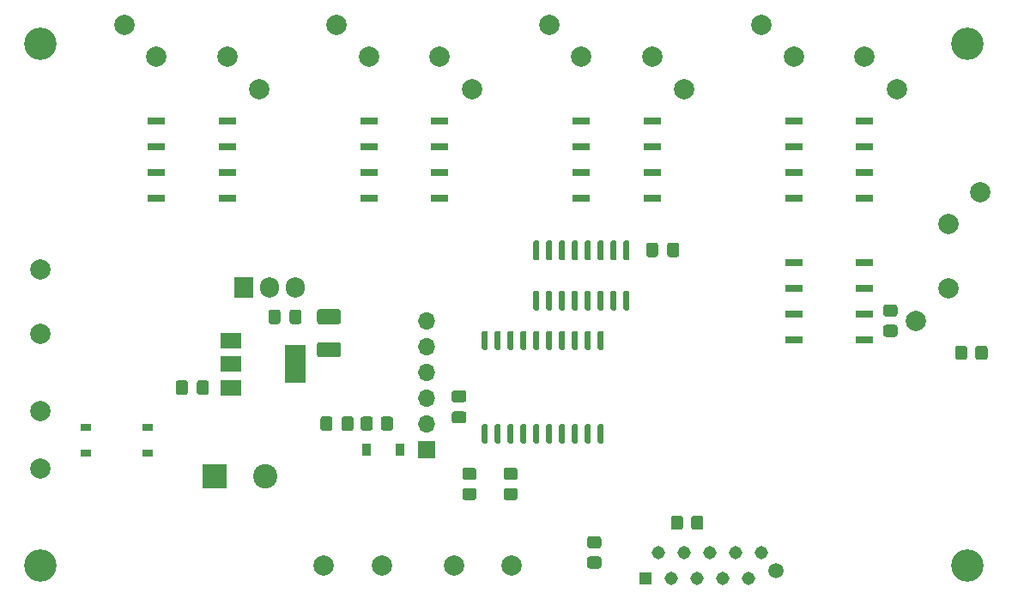
<source format=gbr>
G04 #@! TF.GenerationSoftware,KiCad,Pcbnew,(5.1.10-0-10_14)*
G04 #@! TF.CreationDate,2021-05-14T18:06:29+02:00*
G04 #@! TF.ProjectId,input-sel,696e7075-742d-4736-956c-2e6b69636164,rev?*
G04 #@! TF.SameCoordinates,Original*
G04 #@! TF.FileFunction,Soldermask,Top*
G04 #@! TF.FilePolarity,Negative*
%FSLAX46Y46*%
G04 Gerber Fmt 4.6, Leading zero omitted, Abs format (unit mm)*
G04 Created by KiCad (PCBNEW (5.1.10-0-10_14)) date 2021-05-14 18:06:29*
%MOMM*%
%LPD*%
G01*
G04 APERTURE LIST*
%ADD10R,2.000000X1.500000*%
%ADD11R,2.000000X3.800000*%
%ADD12R,1.308000X1.308000*%
%ADD13C,1.308000*%
%ADD14C,1.500000*%
%ADD15R,0.900000X1.200000*%
%ADD16O,1.905000X2.000000*%
%ADD17R,1.905000X2.000000*%
%ADD18R,1.000000X0.800000*%
%ADD19C,2.400000*%
%ADD20R,2.400000X2.400000*%
%ADD21R,1.800000X0.800000*%
%ADD22C,2.000000*%
%ADD23O,1.700000X1.700000*%
%ADD24R,1.700000X1.700000*%
%ADD25C,3.200000*%
G04 APERTURE END LIST*
G36*
G01*
X151508000Y-89719999D02*
X151508000Y-90620001D01*
G75*
G02*
X151258001Y-90870000I-249999J0D01*
G01*
X150557999Y-90870000D01*
G75*
G02*
X150308000Y-90620001I0J249999D01*
G01*
X150308000Y-89719999D01*
G75*
G02*
X150557999Y-89470000I249999J0D01*
G01*
X151258001Y-89470000D01*
G75*
G02*
X151508000Y-89719999I0J-249999D01*
G01*
G37*
G36*
G01*
X153508000Y-89719999D02*
X153508000Y-90620001D01*
G75*
G02*
X153258001Y-90870000I-249999J0D01*
G01*
X152557999Y-90870000D01*
G75*
G02*
X152308000Y-90620001I0J249999D01*
G01*
X152308000Y-89719999D01*
G75*
G02*
X152557999Y-89470000I249999J0D01*
G01*
X153258001Y-89470000D01*
G75*
G02*
X153508000Y-89719999I0J-249999D01*
G01*
G37*
G36*
G01*
X162710000Y-82915000D02*
X162410000Y-82915000D01*
G75*
G02*
X162260000Y-82765000I0J150000D01*
G01*
X162260000Y-81165000D01*
G75*
G02*
X162410000Y-81015000I150000J0D01*
G01*
X162710000Y-81015000D01*
G75*
G02*
X162860000Y-81165000I0J-150000D01*
G01*
X162860000Y-82765000D01*
G75*
G02*
X162710000Y-82915000I-150000J0D01*
G01*
G37*
G36*
G01*
X163980000Y-82915000D02*
X163680000Y-82915000D01*
G75*
G02*
X163530000Y-82765000I0J150000D01*
G01*
X163530000Y-81165000D01*
G75*
G02*
X163680000Y-81015000I150000J0D01*
G01*
X163980000Y-81015000D01*
G75*
G02*
X164130000Y-81165000I0J-150000D01*
G01*
X164130000Y-82765000D01*
G75*
G02*
X163980000Y-82915000I-150000J0D01*
G01*
G37*
G36*
G01*
X165250000Y-82915000D02*
X164950000Y-82915000D01*
G75*
G02*
X164800000Y-82765000I0J150000D01*
G01*
X164800000Y-81165000D01*
G75*
G02*
X164950000Y-81015000I150000J0D01*
G01*
X165250000Y-81015000D01*
G75*
G02*
X165400000Y-81165000I0J-150000D01*
G01*
X165400000Y-82765000D01*
G75*
G02*
X165250000Y-82915000I-150000J0D01*
G01*
G37*
G36*
G01*
X166520000Y-82915000D02*
X166220000Y-82915000D01*
G75*
G02*
X166070000Y-82765000I0J150000D01*
G01*
X166070000Y-81165000D01*
G75*
G02*
X166220000Y-81015000I150000J0D01*
G01*
X166520000Y-81015000D01*
G75*
G02*
X166670000Y-81165000I0J-150000D01*
G01*
X166670000Y-82765000D01*
G75*
G02*
X166520000Y-82915000I-150000J0D01*
G01*
G37*
G36*
G01*
X167790000Y-82915000D02*
X167490000Y-82915000D01*
G75*
G02*
X167340000Y-82765000I0J150000D01*
G01*
X167340000Y-81165000D01*
G75*
G02*
X167490000Y-81015000I150000J0D01*
G01*
X167790000Y-81015000D01*
G75*
G02*
X167940000Y-81165000I0J-150000D01*
G01*
X167940000Y-82765000D01*
G75*
G02*
X167790000Y-82915000I-150000J0D01*
G01*
G37*
G36*
G01*
X169060000Y-82915000D02*
X168760000Y-82915000D01*
G75*
G02*
X168610000Y-82765000I0J150000D01*
G01*
X168610000Y-81165000D01*
G75*
G02*
X168760000Y-81015000I150000J0D01*
G01*
X169060000Y-81015000D01*
G75*
G02*
X169210000Y-81165000I0J-150000D01*
G01*
X169210000Y-82765000D01*
G75*
G02*
X169060000Y-82915000I-150000J0D01*
G01*
G37*
G36*
G01*
X170330000Y-82915000D02*
X170030000Y-82915000D01*
G75*
G02*
X169880000Y-82765000I0J150000D01*
G01*
X169880000Y-81165000D01*
G75*
G02*
X170030000Y-81015000I150000J0D01*
G01*
X170330000Y-81015000D01*
G75*
G02*
X170480000Y-81165000I0J-150000D01*
G01*
X170480000Y-82765000D01*
G75*
G02*
X170330000Y-82915000I-150000J0D01*
G01*
G37*
G36*
G01*
X171600000Y-82915000D02*
X171300000Y-82915000D01*
G75*
G02*
X171150000Y-82765000I0J150000D01*
G01*
X171150000Y-81165000D01*
G75*
G02*
X171300000Y-81015000I150000J0D01*
G01*
X171600000Y-81015000D01*
G75*
G02*
X171750000Y-81165000I0J-150000D01*
G01*
X171750000Y-82765000D01*
G75*
G02*
X171600000Y-82915000I-150000J0D01*
G01*
G37*
G36*
G01*
X172870000Y-82915000D02*
X172570000Y-82915000D01*
G75*
G02*
X172420000Y-82765000I0J150000D01*
G01*
X172420000Y-81165000D01*
G75*
G02*
X172570000Y-81015000I150000J0D01*
G01*
X172870000Y-81015000D01*
G75*
G02*
X173020000Y-81165000I0J-150000D01*
G01*
X173020000Y-82765000D01*
G75*
G02*
X172870000Y-82915000I-150000J0D01*
G01*
G37*
G36*
G01*
X174140000Y-82915000D02*
X173840000Y-82915000D01*
G75*
G02*
X173690000Y-82765000I0J150000D01*
G01*
X173690000Y-81165000D01*
G75*
G02*
X173840000Y-81015000I150000J0D01*
G01*
X174140000Y-81015000D01*
G75*
G02*
X174290000Y-81165000I0J-150000D01*
G01*
X174290000Y-82765000D01*
G75*
G02*
X174140000Y-82915000I-150000J0D01*
G01*
G37*
G36*
G01*
X174140000Y-92115000D02*
X173840000Y-92115000D01*
G75*
G02*
X173690000Y-91965000I0J150000D01*
G01*
X173690000Y-90365000D01*
G75*
G02*
X173840000Y-90215000I150000J0D01*
G01*
X174140000Y-90215000D01*
G75*
G02*
X174290000Y-90365000I0J-150000D01*
G01*
X174290000Y-91965000D01*
G75*
G02*
X174140000Y-92115000I-150000J0D01*
G01*
G37*
G36*
G01*
X172870000Y-92115000D02*
X172570000Y-92115000D01*
G75*
G02*
X172420000Y-91965000I0J150000D01*
G01*
X172420000Y-90365000D01*
G75*
G02*
X172570000Y-90215000I150000J0D01*
G01*
X172870000Y-90215000D01*
G75*
G02*
X173020000Y-90365000I0J-150000D01*
G01*
X173020000Y-91965000D01*
G75*
G02*
X172870000Y-92115000I-150000J0D01*
G01*
G37*
G36*
G01*
X171600000Y-92115000D02*
X171300000Y-92115000D01*
G75*
G02*
X171150000Y-91965000I0J150000D01*
G01*
X171150000Y-90365000D01*
G75*
G02*
X171300000Y-90215000I150000J0D01*
G01*
X171600000Y-90215000D01*
G75*
G02*
X171750000Y-90365000I0J-150000D01*
G01*
X171750000Y-91965000D01*
G75*
G02*
X171600000Y-92115000I-150000J0D01*
G01*
G37*
G36*
G01*
X170330000Y-92115000D02*
X170030000Y-92115000D01*
G75*
G02*
X169880000Y-91965000I0J150000D01*
G01*
X169880000Y-90365000D01*
G75*
G02*
X170030000Y-90215000I150000J0D01*
G01*
X170330000Y-90215000D01*
G75*
G02*
X170480000Y-90365000I0J-150000D01*
G01*
X170480000Y-91965000D01*
G75*
G02*
X170330000Y-92115000I-150000J0D01*
G01*
G37*
G36*
G01*
X169060000Y-92115000D02*
X168760000Y-92115000D01*
G75*
G02*
X168610000Y-91965000I0J150000D01*
G01*
X168610000Y-90365000D01*
G75*
G02*
X168760000Y-90215000I150000J0D01*
G01*
X169060000Y-90215000D01*
G75*
G02*
X169210000Y-90365000I0J-150000D01*
G01*
X169210000Y-91965000D01*
G75*
G02*
X169060000Y-92115000I-150000J0D01*
G01*
G37*
G36*
G01*
X167790000Y-92115000D02*
X167490000Y-92115000D01*
G75*
G02*
X167340000Y-91965000I0J150000D01*
G01*
X167340000Y-90365000D01*
G75*
G02*
X167490000Y-90215000I150000J0D01*
G01*
X167790000Y-90215000D01*
G75*
G02*
X167940000Y-90365000I0J-150000D01*
G01*
X167940000Y-91965000D01*
G75*
G02*
X167790000Y-92115000I-150000J0D01*
G01*
G37*
G36*
G01*
X166520000Y-92115000D02*
X166220000Y-92115000D01*
G75*
G02*
X166070000Y-91965000I0J150000D01*
G01*
X166070000Y-90365000D01*
G75*
G02*
X166220000Y-90215000I150000J0D01*
G01*
X166520000Y-90215000D01*
G75*
G02*
X166670000Y-90365000I0J-150000D01*
G01*
X166670000Y-91965000D01*
G75*
G02*
X166520000Y-92115000I-150000J0D01*
G01*
G37*
G36*
G01*
X165250000Y-92115000D02*
X164950000Y-92115000D01*
G75*
G02*
X164800000Y-91965000I0J150000D01*
G01*
X164800000Y-90365000D01*
G75*
G02*
X164950000Y-90215000I150000J0D01*
G01*
X165250000Y-90215000D01*
G75*
G02*
X165400000Y-90365000I0J-150000D01*
G01*
X165400000Y-91965000D01*
G75*
G02*
X165250000Y-92115000I-150000J0D01*
G01*
G37*
G36*
G01*
X163980000Y-92115000D02*
X163680000Y-92115000D01*
G75*
G02*
X163530000Y-91965000I0J150000D01*
G01*
X163530000Y-90365000D01*
G75*
G02*
X163680000Y-90215000I150000J0D01*
G01*
X163980000Y-90215000D01*
G75*
G02*
X164130000Y-90365000I0J-150000D01*
G01*
X164130000Y-91965000D01*
G75*
G02*
X163980000Y-92115000I-150000J0D01*
G01*
G37*
G36*
G01*
X162710000Y-92115000D02*
X162410000Y-92115000D01*
G75*
G02*
X162260000Y-91965000I0J150000D01*
G01*
X162260000Y-90365000D01*
G75*
G02*
X162410000Y-90215000I150000J0D01*
G01*
X162710000Y-90215000D01*
G75*
G02*
X162860000Y-90365000I0J-150000D01*
G01*
X162860000Y-91965000D01*
G75*
G02*
X162710000Y-92115000I-150000J0D01*
G01*
G37*
D10*
X137541000Y-82014000D03*
X137541000Y-86614000D03*
X137541000Y-84314000D03*
D11*
X143841000Y-84314000D03*
D12*
X178435000Y-105410000D03*
D13*
X179705000Y-102870000D03*
X180975000Y-105410000D03*
X182245000Y-102870000D03*
X183515000Y-105410000D03*
X184785000Y-102870000D03*
X186055000Y-105410000D03*
X187325000Y-102870000D03*
X188595000Y-105410000D03*
X189865000Y-102870000D03*
D14*
X191265000Y-104670000D03*
D15*
X150878000Y-92710000D03*
X154178000Y-92710000D03*
G36*
G01*
X147526500Y-89695000D02*
X147526500Y-90645000D01*
G75*
G02*
X147276500Y-90895000I-250000J0D01*
G01*
X146601500Y-90895000D01*
G75*
G02*
X146351500Y-90645000I0J250000D01*
G01*
X146351500Y-89695000D01*
G75*
G02*
X146601500Y-89445000I250000J0D01*
G01*
X147276500Y-89445000D01*
G75*
G02*
X147526500Y-89695000I0J-250000D01*
G01*
G37*
G36*
G01*
X149601500Y-89695000D02*
X149601500Y-90645000D01*
G75*
G02*
X149351500Y-90895000I-250000J0D01*
G01*
X148676500Y-90895000D01*
G75*
G02*
X148426500Y-90645000I0J250000D01*
G01*
X148426500Y-89695000D01*
G75*
G02*
X148676500Y-89445000I250000J0D01*
G01*
X149351500Y-89445000D01*
G75*
G02*
X149601500Y-89695000I0J-250000D01*
G01*
G37*
G36*
G01*
X146268000Y-82129000D02*
X148118000Y-82129000D01*
G75*
G02*
X148368000Y-82379000I0J-250000D01*
G01*
X148368000Y-83379000D01*
G75*
G02*
X148118000Y-83629000I-250000J0D01*
G01*
X146268000Y-83629000D01*
G75*
G02*
X146018000Y-83379000I0J250000D01*
G01*
X146018000Y-82379000D01*
G75*
G02*
X146268000Y-82129000I250000J0D01*
G01*
G37*
G36*
G01*
X146268000Y-78879000D02*
X148118000Y-78879000D01*
G75*
G02*
X148368000Y-79129000I0J-250000D01*
G01*
X148368000Y-80129000D01*
G75*
G02*
X148118000Y-80379000I-250000J0D01*
G01*
X146268000Y-80379000D01*
G75*
G02*
X146018000Y-80129000I0J250000D01*
G01*
X146018000Y-79129000D01*
G75*
G02*
X146268000Y-78879000I250000J0D01*
G01*
G37*
D16*
X143891000Y-76708000D03*
X141351000Y-76708000D03*
D17*
X138811000Y-76708000D03*
D18*
X129340000Y-90551000D03*
X129340000Y-93091000D03*
X123190000Y-93091000D03*
X123190000Y-90551000D03*
D19*
X140890000Y-95377000D03*
D20*
X135890000Y-95377000D03*
G36*
G01*
X167790000Y-74065000D02*
X167490000Y-74065000D01*
G75*
G02*
X167340000Y-73915000I0J150000D01*
G01*
X167340000Y-72265000D01*
G75*
G02*
X167490000Y-72115000I150000J0D01*
G01*
X167790000Y-72115000D01*
G75*
G02*
X167940000Y-72265000I0J-150000D01*
G01*
X167940000Y-73915000D01*
G75*
G02*
X167790000Y-74065000I-150000J0D01*
G01*
G37*
G36*
G01*
X169060000Y-74065000D02*
X168760000Y-74065000D01*
G75*
G02*
X168610000Y-73915000I0J150000D01*
G01*
X168610000Y-72265000D01*
G75*
G02*
X168760000Y-72115000I150000J0D01*
G01*
X169060000Y-72115000D01*
G75*
G02*
X169210000Y-72265000I0J-150000D01*
G01*
X169210000Y-73915000D01*
G75*
G02*
X169060000Y-74065000I-150000J0D01*
G01*
G37*
G36*
G01*
X170330000Y-74065000D02*
X170030000Y-74065000D01*
G75*
G02*
X169880000Y-73915000I0J150000D01*
G01*
X169880000Y-72265000D01*
G75*
G02*
X170030000Y-72115000I150000J0D01*
G01*
X170330000Y-72115000D01*
G75*
G02*
X170480000Y-72265000I0J-150000D01*
G01*
X170480000Y-73915000D01*
G75*
G02*
X170330000Y-74065000I-150000J0D01*
G01*
G37*
G36*
G01*
X171600000Y-74065000D02*
X171300000Y-74065000D01*
G75*
G02*
X171150000Y-73915000I0J150000D01*
G01*
X171150000Y-72265000D01*
G75*
G02*
X171300000Y-72115000I150000J0D01*
G01*
X171600000Y-72115000D01*
G75*
G02*
X171750000Y-72265000I0J-150000D01*
G01*
X171750000Y-73915000D01*
G75*
G02*
X171600000Y-74065000I-150000J0D01*
G01*
G37*
G36*
G01*
X172870000Y-74065000D02*
X172570000Y-74065000D01*
G75*
G02*
X172420000Y-73915000I0J150000D01*
G01*
X172420000Y-72265000D01*
G75*
G02*
X172570000Y-72115000I150000J0D01*
G01*
X172870000Y-72115000D01*
G75*
G02*
X173020000Y-72265000I0J-150000D01*
G01*
X173020000Y-73915000D01*
G75*
G02*
X172870000Y-74065000I-150000J0D01*
G01*
G37*
G36*
G01*
X174140000Y-74065000D02*
X173840000Y-74065000D01*
G75*
G02*
X173690000Y-73915000I0J150000D01*
G01*
X173690000Y-72265000D01*
G75*
G02*
X173840000Y-72115000I150000J0D01*
G01*
X174140000Y-72115000D01*
G75*
G02*
X174290000Y-72265000I0J-150000D01*
G01*
X174290000Y-73915000D01*
G75*
G02*
X174140000Y-74065000I-150000J0D01*
G01*
G37*
G36*
G01*
X175410000Y-74065000D02*
X175110000Y-74065000D01*
G75*
G02*
X174960000Y-73915000I0J150000D01*
G01*
X174960000Y-72265000D01*
G75*
G02*
X175110000Y-72115000I150000J0D01*
G01*
X175410000Y-72115000D01*
G75*
G02*
X175560000Y-72265000I0J-150000D01*
G01*
X175560000Y-73915000D01*
G75*
G02*
X175410000Y-74065000I-150000J0D01*
G01*
G37*
G36*
G01*
X176680000Y-74065000D02*
X176380000Y-74065000D01*
G75*
G02*
X176230000Y-73915000I0J150000D01*
G01*
X176230000Y-72265000D01*
G75*
G02*
X176380000Y-72115000I150000J0D01*
G01*
X176680000Y-72115000D01*
G75*
G02*
X176830000Y-72265000I0J-150000D01*
G01*
X176830000Y-73915000D01*
G75*
G02*
X176680000Y-74065000I-150000J0D01*
G01*
G37*
G36*
G01*
X176680000Y-79015000D02*
X176380000Y-79015000D01*
G75*
G02*
X176230000Y-78865000I0J150000D01*
G01*
X176230000Y-77215000D01*
G75*
G02*
X176380000Y-77065000I150000J0D01*
G01*
X176680000Y-77065000D01*
G75*
G02*
X176830000Y-77215000I0J-150000D01*
G01*
X176830000Y-78865000D01*
G75*
G02*
X176680000Y-79015000I-150000J0D01*
G01*
G37*
G36*
G01*
X175410000Y-79015000D02*
X175110000Y-79015000D01*
G75*
G02*
X174960000Y-78865000I0J150000D01*
G01*
X174960000Y-77215000D01*
G75*
G02*
X175110000Y-77065000I150000J0D01*
G01*
X175410000Y-77065000D01*
G75*
G02*
X175560000Y-77215000I0J-150000D01*
G01*
X175560000Y-78865000D01*
G75*
G02*
X175410000Y-79015000I-150000J0D01*
G01*
G37*
G36*
G01*
X174140000Y-79015000D02*
X173840000Y-79015000D01*
G75*
G02*
X173690000Y-78865000I0J150000D01*
G01*
X173690000Y-77215000D01*
G75*
G02*
X173840000Y-77065000I150000J0D01*
G01*
X174140000Y-77065000D01*
G75*
G02*
X174290000Y-77215000I0J-150000D01*
G01*
X174290000Y-78865000D01*
G75*
G02*
X174140000Y-79015000I-150000J0D01*
G01*
G37*
G36*
G01*
X172870000Y-79015000D02*
X172570000Y-79015000D01*
G75*
G02*
X172420000Y-78865000I0J150000D01*
G01*
X172420000Y-77215000D01*
G75*
G02*
X172570000Y-77065000I150000J0D01*
G01*
X172870000Y-77065000D01*
G75*
G02*
X173020000Y-77215000I0J-150000D01*
G01*
X173020000Y-78865000D01*
G75*
G02*
X172870000Y-79015000I-150000J0D01*
G01*
G37*
G36*
G01*
X171600000Y-79015000D02*
X171300000Y-79015000D01*
G75*
G02*
X171150000Y-78865000I0J150000D01*
G01*
X171150000Y-77215000D01*
G75*
G02*
X171300000Y-77065000I150000J0D01*
G01*
X171600000Y-77065000D01*
G75*
G02*
X171750000Y-77215000I0J-150000D01*
G01*
X171750000Y-78865000D01*
G75*
G02*
X171600000Y-79015000I-150000J0D01*
G01*
G37*
G36*
G01*
X170330000Y-79015000D02*
X170030000Y-79015000D01*
G75*
G02*
X169880000Y-78865000I0J150000D01*
G01*
X169880000Y-77215000D01*
G75*
G02*
X170030000Y-77065000I150000J0D01*
G01*
X170330000Y-77065000D01*
G75*
G02*
X170480000Y-77215000I0J-150000D01*
G01*
X170480000Y-78865000D01*
G75*
G02*
X170330000Y-79015000I-150000J0D01*
G01*
G37*
G36*
G01*
X169060000Y-79015000D02*
X168760000Y-79015000D01*
G75*
G02*
X168610000Y-78865000I0J150000D01*
G01*
X168610000Y-77215000D01*
G75*
G02*
X168760000Y-77065000I150000J0D01*
G01*
X169060000Y-77065000D01*
G75*
G02*
X169210000Y-77215000I0J-150000D01*
G01*
X169210000Y-78865000D01*
G75*
G02*
X169060000Y-79015000I-150000J0D01*
G01*
G37*
G36*
G01*
X167790000Y-79015000D02*
X167490000Y-79015000D01*
G75*
G02*
X167340000Y-78865000I0J150000D01*
G01*
X167340000Y-77215000D01*
G75*
G02*
X167490000Y-77065000I150000J0D01*
G01*
X167790000Y-77065000D01*
G75*
G02*
X167940000Y-77215000I0J-150000D01*
G01*
X167940000Y-78865000D01*
G75*
G02*
X167790000Y-79015000I-150000J0D01*
G01*
G37*
G36*
G01*
X182115000Y-99498999D02*
X182115000Y-100399001D01*
G75*
G02*
X181865001Y-100649000I-249999J0D01*
G01*
X181164999Y-100649000D01*
G75*
G02*
X180915000Y-100399001I0J249999D01*
G01*
X180915000Y-99498999D01*
G75*
G02*
X181164999Y-99249000I249999J0D01*
G01*
X181865001Y-99249000D01*
G75*
G02*
X182115000Y-99498999I0J-249999D01*
G01*
G37*
G36*
G01*
X184115000Y-99498999D02*
X184115000Y-100399001D01*
G75*
G02*
X183865001Y-100649000I-249999J0D01*
G01*
X183164999Y-100649000D01*
G75*
G02*
X182915000Y-100399001I0J249999D01*
G01*
X182915000Y-99498999D01*
G75*
G02*
X183164999Y-99249000I249999J0D01*
G01*
X183865001Y-99249000D01*
G75*
G02*
X184115000Y-99498999I0J-249999D01*
G01*
G37*
G36*
G01*
X173805001Y-102470000D02*
X172904999Y-102470000D01*
G75*
G02*
X172655000Y-102220001I0J249999D01*
G01*
X172655000Y-101519999D01*
G75*
G02*
X172904999Y-101270000I249999J0D01*
G01*
X173805001Y-101270000D01*
G75*
G02*
X174055000Y-101519999I0J-249999D01*
G01*
X174055000Y-102220001D01*
G75*
G02*
X173805001Y-102470000I-249999J0D01*
G01*
G37*
G36*
G01*
X173805001Y-104470000D02*
X172904999Y-104470000D01*
G75*
G02*
X172655000Y-104220001I0J249999D01*
G01*
X172655000Y-103519999D01*
G75*
G02*
X172904999Y-103270000I249999J0D01*
G01*
X173805001Y-103270000D01*
G75*
G02*
X174055000Y-103519999I0J-249999D01*
G01*
X174055000Y-104220001D01*
G75*
G02*
X173805001Y-104470000I-249999J0D01*
G01*
G37*
G36*
G01*
X210150000Y-82734999D02*
X210150000Y-83635001D01*
G75*
G02*
X209900001Y-83885000I-249999J0D01*
G01*
X209199999Y-83885000D01*
G75*
G02*
X208950000Y-83635001I0J249999D01*
G01*
X208950000Y-82734999D01*
G75*
G02*
X209199999Y-82485000I249999J0D01*
G01*
X209900001Y-82485000D01*
G75*
G02*
X210150000Y-82734999I0J-249999D01*
G01*
G37*
G36*
G01*
X212150000Y-82734999D02*
X212150000Y-83635001D01*
G75*
G02*
X211900001Y-83885000I-249999J0D01*
G01*
X211199999Y-83885000D01*
G75*
G02*
X210950000Y-83635001I0J249999D01*
G01*
X210950000Y-82734999D01*
G75*
G02*
X211199999Y-82485000I249999J0D01*
G01*
X211900001Y-82485000D01*
G75*
G02*
X212150000Y-82734999I0J-249999D01*
G01*
G37*
G36*
G01*
X203015001Y-79610000D02*
X202114999Y-79610000D01*
G75*
G02*
X201865000Y-79360001I0J249999D01*
G01*
X201865000Y-78659999D01*
G75*
G02*
X202114999Y-78410000I249999J0D01*
G01*
X203015001Y-78410000D01*
G75*
G02*
X203265000Y-78659999I0J-249999D01*
G01*
X203265000Y-79360001D01*
G75*
G02*
X203015001Y-79610000I-249999J0D01*
G01*
G37*
G36*
G01*
X203015001Y-81610000D02*
X202114999Y-81610000D01*
G75*
G02*
X201865000Y-81360001I0J249999D01*
G01*
X201865000Y-80659999D01*
G75*
G02*
X202114999Y-80410000I249999J0D01*
G01*
X203015001Y-80410000D01*
G75*
G02*
X203265000Y-80659999I0J-249999D01*
G01*
X203265000Y-81360001D01*
G75*
G02*
X203015001Y-81610000I-249999J0D01*
G01*
G37*
G36*
G01*
X160585999Y-96523000D02*
X161486001Y-96523000D01*
G75*
G02*
X161736000Y-96772999I0J-249999D01*
G01*
X161736000Y-97473001D01*
G75*
G02*
X161486001Y-97723000I-249999J0D01*
G01*
X160585999Y-97723000D01*
G75*
G02*
X160336000Y-97473001I0J249999D01*
G01*
X160336000Y-96772999D01*
G75*
G02*
X160585999Y-96523000I249999J0D01*
G01*
G37*
G36*
G01*
X160585999Y-94523000D02*
X161486001Y-94523000D01*
G75*
G02*
X161736000Y-94772999I0J-249999D01*
G01*
X161736000Y-95473001D01*
G75*
G02*
X161486001Y-95723000I-249999J0D01*
G01*
X160585999Y-95723000D01*
G75*
G02*
X160336000Y-95473001I0J249999D01*
G01*
X160336000Y-94772999D01*
G75*
G02*
X160585999Y-94523000I249999J0D01*
G01*
G37*
G36*
G01*
X164649999Y-96523000D02*
X165550001Y-96523000D01*
G75*
G02*
X165800000Y-96772999I0J-249999D01*
G01*
X165800000Y-97473001D01*
G75*
G02*
X165550001Y-97723000I-249999J0D01*
G01*
X164649999Y-97723000D01*
G75*
G02*
X164400000Y-97473001I0J249999D01*
G01*
X164400000Y-96772999D01*
G75*
G02*
X164649999Y-96523000I249999J0D01*
G01*
G37*
G36*
G01*
X164649999Y-94523000D02*
X165550001Y-94523000D01*
G75*
G02*
X165800000Y-94772999I0J-249999D01*
G01*
X165800000Y-95473001D01*
G75*
G02*
X165550001Y-95723000I-249999J0D01*
G01*
X164649999Y-95723000D01*
G75*
G02*
X164400000Y-95473001I0J249999D01*
G01*
X164400000Y-94772999D01*
G75*
G02*
X164649999Y-94523000I249999J0D01*
G01*
G37*
D21*
X200025000Y-67945000D03*
X200025000Y-65405000D03*
X200025000Y-62865000D03*
X200025000Y-60325000D03*
X193025000Y-60325000D03*
X193025000Y-62865000D03*
X193025000Y-65405000D03*
X193025000Y-67945000D03*
X179070000Y-67945000D03*
X179070000Y-65405000D03*
X179070000Y-62865000D03*
X179070000Y-60325000D03*
X172070000Y-60325000D03*
X172070000Y-62865000D03*
X172070000Y-65405000D03*
X172070000Y-67945000D03*
X158115000Y-67945000D03*
X158115000Y-65405000D03*
X158115000Y-62865000D03*
X158115000Y-60325000D03*
X151115000Y-60325000D03*
X151115000Y-62865000D03*
X151115000Y-65405000D03*
X151115000Y-67945000D03*
X137160000Y-67945000D03*
X137160000Y-65405000D03*
X137160000Y-62865000D03*
X137160000Y-60325000D03*
X130160000Y-60325000D03*
X130160000Y-62865000D03*
X130160000Y-65405000D03*
X130160000Y-67945000D03*
X200040000Y-81915000D03*
X200040000Y-79375000D03*
X200040000Y-76835000D03*
X200040000Y-74295000D03*
X193040000Y-74295000D03*
X193040000Y-76835000D03*
X193040000Y-79375000D03*
X193040000Y-81915000D03*
D22*
X189865000Y-50800000D03*
X193040000Y-53975000D03*
X203200000Y-57150000D03*
X200025000Y-53975000D03*
X168910000Y-50800000D03*
X172085000Y-53975000D03*
X182245000Y-57150000D03*
X179070000Y-53975000D03*
X147955000Y-50800000D03*
X151130000Y-53975000D03*
X161290000Y-57150000D03*
X158115000Y-53975000D03*
X127000000Y-50800000D03*
X130175000Y-53975000D03*
X140335000Y-57150000D03*
X137160000Y-53975000D03*
X211455000Y-67310000D03*
X208280000Y-70485000D03*
X205105000Y-80010000D03*
X208280000Y-76835000D03*
D23*
X156845000Y-80010000D03*
X156845000Y-82550000D03*
X156845000Y-85090000D03*
X156845000Y-87630000D03*
X156845000Y-90170000D03*
D24*
X156845000Y-92710000D03*
D22*
X118745000Y-88900000D03*
X118745000Y-94615000D03*
X118745000Y-74930000D03*
X118745000Y-81280000D03*
X146685000Y-104140000D03*
X152400000Y-104140000D03*
X159512000Y-104140000D03*
X165227000Y-104140000D03*
D25*
X118745000Y-104140000D03*
X210185000Y-104140000D03*
X210185000Y-52705000D03*
X118745000Y-52705000D03*
G36*
G01*
X160495000Y-88069000D02*
X159545000Y-88069000D01*
G75*
G02*
X159295000Y-87819000I0J250000D01*
G01*
X159295000Y-87144000D01*
G75*
G02*
X159545000Y-86894000I250000J0D01*
G01*
X160495000Y-86894000D01*
G75*
G02*
X160745000Y-87144000I0J-250000D01*
G01*
X160745000Y-87819000D01*
G75*
G02*
X160495000Y-88069000I-250000J0D01*
G01*
G37*
G36*
G01*
X160495000Y-90144000D02*
X159545000Y-90144000D01*
G75*
G02*
X159295000Y-89894000I0J250000D01*
G01*
X159295000Y-89219000D01*
G75*
G02*
X159545000Y-88969000I250000J0D01*
G01*
X160495000Y-88969000D01*
G75*
G02*
X160745000Y-89219000I0J-250000D01*
G01*
X160745000Y-89894000D01*
G75*
G02*
X160495000Y-90144000I-250000J0D01*
G01*
G37*
G36*
G01*
X179657500Y-72550000D02*
X179657500Y-73500000D01*
G75*
G02*
X179407500Y-73750000I-250000J0D01*
G01*
X178732500Y-73750000D01*
G75*
G02*
X178482500Y-73500000I0J250000D01*
G01*
X178482500Y-72550000D01*
G75*
G02*
X178732500Y-72300000I250000J0D01*
G01*
X179407500Y-72300000D01*
G75*
G02*
X179657500Y-72550000I0J-250000D01*
G01*
G37*
G36*
G01*
X181732500Y-72550000D02*
X181732500Y-73500000D01*
G75*
G02*
X181482500Y-73750000I-250000J0D01*
G01*
X180807500Y-73750000D01*
G75*
G02*
X180557500Y-73500000I0J250000D01*
G01*
X180557500Y-72550000D01*
G75*
G02*
X180807500Y-72300000I250000J0D01*
G01*
X181482500Y-72300000D01*
G75*
G02*
X181732500Y-72550000I0J-250000D01*
G01*
G37*
G36*
G01*
X142403500Y-79154000D02*
X142403500Y-80104000D01*
G75*
G02*
X142153500Y-80354000I-250000J0D01*
G01*
X141478500Y-80354000D01*
G75*
G02*
X141228500Y-80104000I0J250000D01*
G01*
X141228500Y-79154000D01*
G75*
G02*
X141478500Y-78904000I250000J0D01*
G01*
X142153500Y-78904000D01*
G75*
G02*
X142403500Y-79154000I0J-250000D01*
G01*
G37*
G36*
G01*
X144478500Y-79154000D02*
X144478500Y-80104000D01*
G75*
G02*
X144228500Y-80354000I-250000J0D01*
G01*
X143553500Y-80354000D01*
G75*
G02*
X143303500Y-80104000I0J250000D01*
G01*
X143303500Y-79154000D01*
G75*
G02*
X143553500Y-78904000I250000J0D01*
G01*
X144228500Y-78904000D01*
G75*
G02*
X144478500Y-79154000I0J-250000D01*
G01*
G37*
G36*
G01*
X133259500Y-86139000D02*
X133259500Y-87089000D01*
G75*
G02*
X133009500Y-87339000I-250000J0D01*
G01*
X132334500Y-87339000D01*
G75*
G02*
X132084500Y-87089000I0J250000D01*
G01*
X132084500Y-86139000D01*
G75*
G02*
X132334500Y-85889000I250000J0D01*
G01*
X133009500Y-85889000D01*
G75*
G02*
X133259500Y-86139000I0J-250000D01*
G01*
G37*
G36*
G01*
X135334500Y-86139000D02*
X135334500Y-87089000D01*
G75*
G02*
X135084500Y-87339000I-250000J0D01*
G01*
X134409500Y-87339000D01*
G75*
G02*
X134159500Y-87089000I0J250000D01*
G01*
X134159500Y-86139000D01*
G75*
G02*
X134409500Y-85889000I250000J0D01*
G01*
X135084500Y-85889000D01*
G75*
G02*
X135334500Y-86139000I0J-250000D01*
G01*
G37*
M02*

</source>
